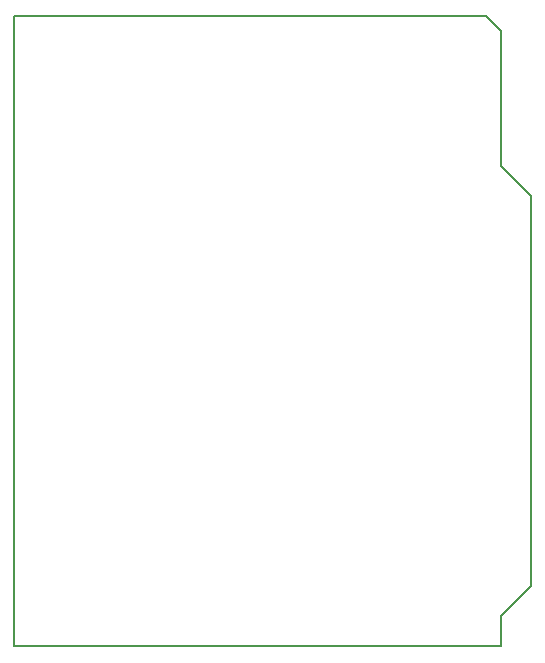
<source format=gbr>
G04 DipTrace 2.3.1.0*
%INminishiftjig_BoardOutline.gbr*%
%MOIN*%
%ADD11C,0.0055*%
%FSLAX44Y44*%
G04*
G70*
G90*
G75*
G01*
%LNBoardOutline*%
%LPD*%
X19687Y24937D2*
D11*
X3937D1*
Y23312D1*
Y20312D1*
Y3937D1*
X20187D1*
Y4937D1*
X21187Y5937D1*
Y18937D1*
X20187Y19937D1*
Y24437D1*
X19687Y24937D1*
M02*

</source>
